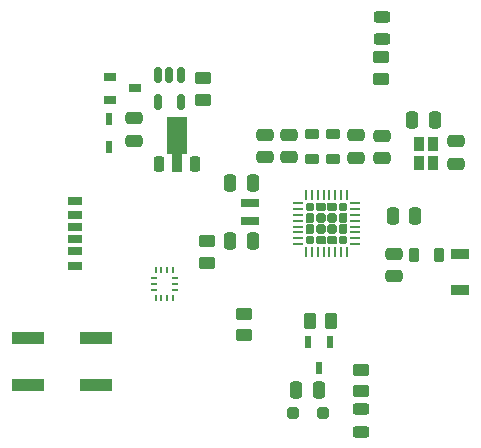
<source format=gbr>
%TF.GenerationSoftware,KiCad,Pcbnew,8.0.3*%
%TF.CreationDate,2025-03-04T10:01:37-06:00*%
%TF.ProjectId,wearable_v2_nrf,77656172-6162-46c6-955f-76325f6e7266,rev?*%
%TF.SameCoordinates,Original*%
%TF.FileFunction,Paste,Top*%
%TF.FilePolarity,Positive*%
%FSLAX46Y46*%
G04 Gerber Fmt 4.6, Leading zero omitted, Abs format (unit mm)*
G04 Created by KiCad (PCBNEW 8.0.3) date 2025-03-04 10:01:37*
%MOMM*%
%LPD*%
G01*
G04 APERTURE LIST*
G04 Aperture macros list*
%AMRoundRect*
0 Rectangle with rounded corners*
0 $1 Rounding radius*
0 $2 $3 $4 $5 $6 $7 $8 $9 X,Y pos of 4 corners*
0 Add a 4 corners polygon primitive as box body*
4,1,4,$2,$3,$4,$5,$6,$7,$8,$9,$2,$3,0*
0 Add four circle primitives for the rounded corners*
1,1,$1+$1,$2,$3*
1,1,$1+$1,$4,$5*
1,1,$1+$1,$6,$7*
1,1,$1+$1,$8,$9*
0 Add four rect primitives between the rounded corners*
20,1,$1+$1,$2,$3,$4,$5,0*
20,1,$1+$1,$4,$5,$6,$7,0*
20,1,$1+$1,$6,$7,$8,$9,0*
20,1,$1+$1,$8,$9,$2,$3,0*%
%AMFreePoly0*
4,1,19,0.290204,0.301344,0.321117,0.247801,0.322490,0.232106,0.322490,-0.157228,0.301344,-0.215326,0.296017,-0.221139,0.221139,-0.296017,0.165105,-0.322146,0.157228,-0.322490,-0.232106,-0.322490,-0.290204,-0.301344,-0.321117,-0.247801,-0.322490,-0.232106,-0.322490,0.232106,-0.301344,0.290204,-0.247801,0.321117,-0.232106,0.322490,0.232106,0.322490,0.290204,0.301344,0.290204,0.301344,
$1*%
%AMFreePoly1*
4,1,21,0.231572,0.385173,0.236504,0.380653,0.300030,0.317127,0.322198,0.269587,0.322490,0.262904,0.322490,-0.262904,0.304550,-0.312195,0.300030,-0.317127,0.236504,-0.380653,0.188964,-0.402821,0.182281,-0.403113,-0.245807,-0.403113,-0.295098,-0.385173,-0.321325,-0.339746,-0.322490,-0.326430,-0.322490,0.326430,-0.304550,0.375721,-0.259123,0.401948,-0.245807,0.403113,0.182281,0.403113,
0.231572,0.385173,0.231572,0.385173,$1*%
%AMFreePoly2*
4,1,19,0.215326,0.301344,0.221139,0.296017,0.296017,0.221139,0.322146,0.165105,0.322490,0.157228,0.322490,-0.232106,0.301344,-0.290204,0.247801,-0.321117,0.232106,-0.322490,-0.232106,-0.322490,-0.290204,-0.301344,-0.321117,-0.247801,-0.322490,-0.232106,-0.322490,0.232106,-0.301344,0.290204,-0.247801,0.321117,-0.232106,0.322490,0.157228,0.322490,0.215326,0.301344,0.215326,0.301344,
$1*%
%AMFreePoly3*
4,1,21,0.375721,0.304550,0.401948,0.259123,0.403113,0.245807,0.403113,-0.182281,0.385173,-0.231572,0.380653,-0.236504,0.317127,-0.300030,0.269587,-0.322198,0.262904,-0.322490,-0.262904,-0.322490,-0.312195,-0.304550,-0.317127,-0.300030,-0.380653,-0.236504,-0.402821,-0.188964,-0.403113,-0.182281,-0.403113,0.245807,-0.385173,0.295098,-0.339746,0.321325,-0.326430,0.322490,0.326430,0.322490,
0.375721,0.304550,0.375721,0.304550,$1*%
%AMFreePoly4*
4,1,21,0.312195,0.304550,0.317127,0.300030,0.380653,0.236504,0.402821,0.188964,0.403113,0.182281,0.403113,-0.245807,0.385173,-0.295098,0.339746,-0.321325,0.326430,-0.322490,-0.326430,-0.322490,-0.375721,-0.304550,-0.401948,-0.259123,-0.403113,-0.245807,-0.403113,0.182281,-0.385173,0.231572,-0.380653,0.236504,-0.317127,0.300030,-0.269587,0.322198,-0.262904,0.322490,0.262904,0.322490,
0.312195,0.304550,0.312195,0.304550,$1*%
%AMFreePoly5*
4,1,19,0.290204,0.301344,0.321117,0.247801,0.322490,0.232106,0.322490,-0.232106,0.301344,-0.290204,0.247801,-0.321117,0.232106,-0.322490,-0.157228,-0.322490,-0.215326,-0.301344,-0.221139,-0.296017,-0.296017,-0.221139,-0.322146,-0.165105,-0.322490,-0.157228,-0.322490,0.232106,-0.301344,0.290204,-0.247801,0.321117,-0.232106,0.322490,0.232106,0.322490,0.290204,0.301344,0.290204,0.301344,
$1*%
%AMFreePoly6*
4,1,21,0.295098,0.385173,0.321325,0.339746,0.322490,0.326430,0.322490,-0.326430,0.304550,-0.375721,0.259123,-0.401948,0.245807,-0.403113,-0.182281,-0.403113,-0.231572,-0.385173,-0.236504,-0.380653,-0.300030,-0.317127,-0.322198,-0.269587,-0.322490,-0.262904,-0.322490,0.262904,-0.304550,0.312195,-0.300030,0.317127,-0.236504,0.380653,-0.188964,0.402821,-0.182281,0.403113,0.245807,0.403113,
0.295098,0.385173,0.295098,0.385173,$1*%
%AMFreePoly7*
4,1,19,0.290204,0.301344,0.321117,0.247801,0.322490,0.232106,0.322490,-0.232106,0.301344,-0.290204,0.247801,-0.321117,0.232106,-0.322490,-0.232106,-0.322490,-0.290204,-0.301344,-0.321117,-0.247801,-0.322490,-0.232106,-0.322490,0.157228,-0.301344,0.215326,-0.296017,0.221139,-0.221139,0.296017,-0.165105,0.322146,-0.157228,0.322490,0.232106,0.322490,0.290204,0.301344,0.290204,0.301344,
$1*%
%AMFreePoly8*
4,1,9,3.862500,-0.866500,0.737500,-0.866500,0.737500,-0.450000,-0.737500,-0.450000,-0.737500,0.450000,0.737500,0.450000,0.737500,0.866500,3.862500,0.866500,3.862500,-0.866500,3.862500,-0.866500,$1*%
G04 Aperture macros list end*
%ADD10RoundRect,0.250000X-0.475000X0.250000X-0.475000X-0.250000X0.475000X-0.250000X0.475000X0.250000X0*%
%ADD11RoundRect,0.250000X0.475000X-0.250000X0.475000X0.250000X-0.475000X0.250000X-0.475000X-0.250000X0*%
%ADD12R,2.750000X1.000000*%
%ADD13RoundRect,0.218750X0.381250X-0.218750X0.381250X0.218750X-0.381250X0.218750X-0.381250X-0.218750X0*%
%ADD14RoundRect,0.250000X-0.262500X-0.450000X0.262500X-0.450000X0.262500X0.450000X-0.262500X0.450000X0*%
%ADD15RoundRect,0.243750X0.456250X-0.243750X0.456250X0.243750X-0.456250X0.243750X-0.456250X-0.243750X0*%
%ADD16RoundRect,0.250000X-0.450000X0.262500X-0.450000X-0.262500X0.450000X-0.262500X0.450000X0.262500X0*%
%ADD17RoundRect,0.243750X-0.456250X0.243750X-0.456250X-0.243750X0.456250X-0.243750X0.456250X0.243750X0*%
%ADD18R,1.500000X0.800000*%
%ADD19RoundRect,0.218750X-0.381250X0.218750X-0.381250X-0.218750X0.381250X-0.218750X0.381250X0.218750X0*%
%ADD20RoundRect,0.250000X-0.250000X-0.475000X0.250000X-0.475000X0.250000X0.475000X-0.250000X0.475000X0*%
%ADD21R,0.600000X1.100000*%
%ADD22FreePoly0,0.000000*%
%ADD23FreePoly1,0.000000*%
%ADD24FreePoly2,0.000000*%
%ADD25FreePoly3,0.000000*%
%ADD26RoundRect,0.201557X-0.201556X-0.201556X0.201556X-0.201556X0.201556X0.201556X-0.201556X0.201556X0*%
%ADD27FreePoly4,0.000000*%
%ADD28FreePoly5,0.000000*%
%ADD29FreePoly6,0.000000*%
%ADD30FreePoly7,0.000000*%
%ADD31RoundRect,0.062500X-0.337500X-0.062500X0.337500X-0.062500X0.337500X0.062500X-0.337500X0.062500X0*%
%ADD32RoundRect,0.062500X-0.062500X-0.337500X0.062500X-0.337500X0.062500X0.337500X-0.062500X0.337500X0*%
%ADD33RoundRect,0.150000X-0.150000X0.512500X-0.150000X-0.512500X0.150000X-0.512500X0.150000X0.512500X0*%
%ADD34R,0.850000X1.200000*%
%ADD35RoundRect,0.250000X0.450000X-0.262500X0.450000X0.262500X-0.450000X0.262500X-0.450000X-0.262500X0*%
%ADD36R,1.200000X0.700000*%
%ADD37R,1.200000X0.760000*%
%ADD38R,1.200000X0.800000*%
%ADD39RoundRect,0.225000X0.225000X-0.425000X0.225000X0.425000X-0.225000X0.425000X-0.225000X-0.425000X0*%
%ADD40FreePoly8,90.000000*%
%ADD41R,0.500000X1.075000*%
%ADD42RoundRect,0.250000X0.250000X0.475000X-0.250000X0.475000X-0.250000X-0.475000X0.250000X-0.475000X0*%
%ADD43R,0.250000X0.475000*%
%ADD44R,0.475000X0.250000*%
%ADD45R,1.100000X0.650000*%
%ADD46RoundRect,0.218750X-0.218750X-0.381250X0.218750X-0.381250X0.218750X0.381250X-0.218750X0.381250X0*%
%ADD47R,1.600200X0.863600*%
%ADD48RoundRect,0.250000X-0.250000X-0.250000X0.250000X-0.250000X0.250000X0.250000X-0.250000X0.250000X0*%
G04 APERTURE END LIST*
D10*
%TO.C,C13*%
X120450000Y-60625000D03*
X120450000Y-62525000D03*
%TD*%
D11*
%TO.C,C8*%
X112050000Y-62000000D03*
X112050000Y-60100000D03*
%TD*%
D12*
%TO.C,SW1*%
X84225000Y-77225000D03*
X89975000Y-77225000D03*
X84225000Y-81225000D03*
X89975000Y-81225000D03*
%TD*%
D13*
%TO.C,L2*%
X108300000Y-62112500D03*
X108300000Y-59987500D03*
%TD*%
D14*
%TO.C,R8*%
X108087500Y-75825000D03*
X109912500Y-75825000D03*
%TD*%
D11*
%TO.C,C9*%
X106350000Y-61950000D03*
X106350000Y-60050000D03*
%TD*%
%TO.C,C4*%
X104300000Y-61950000D03*
X104300000Y-60050000D03*
%TD*%
D15*
%TO.C,D2*%
X112450000Y-85187500D03*
X112450000Y-83312500D03*
%TD*%
D16*
%TO.C,R6*%
X112475000Y-79950000D03*
X112475000Y-81775000D03*
%TD*%
D17*
%TO.C,D3*%
X114200000Y-50050000D03*
X114200000Y-51925000D03*
%TD*%
D16*
%TO.C,R1*%
X99375000Y-69075000D03*
X99375000Y-70900000D03*
%TD*%
D10*
%TO.C,C1*%
X93250000Y-58650000D03*
X93250000Y-60550000D03*
%TD*%
D18*
%TO.C,Y2*%
X103025000Y-65850000D03*
X103025000Y-67350000D03*
%TD*%
D19*
%TO.C,L3*%
X110100000Y-59987500D03*
X110100000Y-62112500D03*
%TD*%
D20*
%TO.C,C6*%
X101375000Y-69025000D03*
X103275000Y-69025000D03*
%TD*%
%TO.C,C7*%
X115150000Y-66975000D03*
X117050000Y-66975000D03*
%TD*%
D21*
%TO.C,Q2*%
X109825000Y-77600000D03*
X107925000Y-77600000D03*
X108875000Y-79800000D03*
%TD*%
D22*
%TO.C,U1*%
X108125000Y-66175000D03*
D23*
X108125000Y-67075000D03*
X108125000Y-68075000D03*
D24*
X108125000Y-68975000D03*
D25*
X109025000Y-66175000D03*
D26*
X109025000Y-67075000D03*
X109025000Y-68075000D03*
D27*
X109025000Y-68975000D03*
D25*
X110025000Y-66175000D03*
D26*
X110025000Y-67075000D03*
X110025000Y-68075000D03*
D27*
X110025000Y-68975000D03*
D28*
X110925000Y-66175000D03*
D29*
X110925000Y-67075000D03*
X110925000Y-68075000D03*
D30*
X110925000Y-68975000D03*
D31*
X107075000Y-65825000D03*
X107075000Y-66325000D03*
X107075000Y-66825000D03*
X107075000Y-67325000D03*
X107075000Y-67825000D03*
X107075000Y-68325000D03*
X107075000Y-68825000D03*
X107075000Y-69325000D03*
D32*
X107775000Y-70025000D03*
X108275000Y-70025000D03*
X108775000Y-70025000D03*
X109275000Y-70025000D03*
X109775000Y-70025000D03*
X110275000Y-70025000D03*
X110775000Y-70025000D03*
X111275000Y-70025000D03*
D31*
X111975000Y-69325000D03*
X111975000Y-68825000D03*
X111975000Y-68325000D03*
X111975000Y-67825000D03*
X111975000Y-67325000D03*
X111975000Y-66825000D03*
X111975000Y-66325000D03*
X111975000Y-65825000D03*
D32*
X111275000Y-65125000D03*
X110775000Y-65125000D03*
X110275000Y-65125000D03*
X109775000Y-65125000D03*
X109275000Y-65125000D03*
X108775000Y-65125000D03*
X108275000Y-65125000D03*
X107775000Y-65125000D03*
%TD*%
D11*
%TO.C,C10*%
X114225000Y-62025000D03*
X114225000Y-60125000D03*
%TD*%
D33*
%TO.C,IC1*%
X97162500Y-55012500D03*
X96212500Y-55012500D03*
X95262500Y-55012500D03*
X95262500Y-57287500D03*
X97162500Y-57287500D03*
%TD*%
D34*
%TO.C,Y1*%
X117362000Y-60862000D03*
X117362000Y-62488000D03*
X118562000Y-62488000D03*
X118562000Y-60862000D03*
%TD*%
D35*
%TO.C,R7*%
X114150000Y-55300000D03*
X114150000Y-53475000D03*
%TD*%
D36*
%TO.C,J2*%
X88227500Y-67900000D03*
D37*
X88227500Y-69920000D03*
D38*
X88227500Y-71150000D03*
D36*
X88227500Y-68900000D03*
D37*
X88227500Y-66880000D03*
D38*
X88227500Y-65650000D03*
%TD*%
D39*
%TO.C,U4*%
X95350000Y-62525000D03*
D40*
X96850000Y-62437500D03*
D39*
X98350000Y-62525000D03*
%TD*%
D41*
%TO.C,D1*%
X91075000Y-61062000D03*
X91075000Y-58738000D03*
%TD*%
D42*
%TO.C,C12*%
X118675000Y-58850000D03*
X116775000Y-58850000D03*
%TD*%
D43*
%TO.C,U3*%
X96550000Y-71550000D03*
X96050000Y-71550000D03*
X95550000Y-71550000D03*
X95050000Y-71550000D03*
D44*
X94887500Y-72212500D03*
X94887500Y-72712500D03*
X94887500Y-73212500D03*
D43*
X95050000Y-73875000D03*
X95550000Y-73875000D03*
X96050000Y-73875000D03*
X96550000Y-73875000D03*
D44*
X96712500Y-73212500D03*
X96712500Y-72712500D03*
X96712500Y-72212500D03*
%TD*%
D45*
%TO.C,Q1*%
X91200000Y-55165000D03*
X91200000Y-57085000D03*
X93300000Y-56125000D03*
%TD*%
D35*
%TO.C,R10*%
X102525000Y-77050000D03*
X102525000Y-75225000D03*
%TD*%
D46*
%TO.C,L1*%
X116937500Y-70200000D03*
X119062500Y-70200000D03*
%TD*%
D35*
%TO.C,R9*%
X99025000Y-57112500D03*
X99025000Y-55287500D03*
%TD*%
D47*
%TO.C,U5*%
X120825000Y-70175000D03*
X120825000Y-73222602D03*
%TD*%
D48*
%TO.C,D4*%
X106700000Y-83625000D03*
X109200000Y-83625000D03*
%TD*%
D10*
%TO.C,C3*%
X115262500Y-70125000D03*
X115262500Y-72025000D03*
%TD*%
D20*
%TO.C,C11*%
X106975000Y-81675000D03*
X108875000Y-81675000D03*
%TD*%
%TO.C,C5*%
X101375000Y-64150000D03*
X103275000Y-64150000D03*
%TD*%
M02*

</source>
